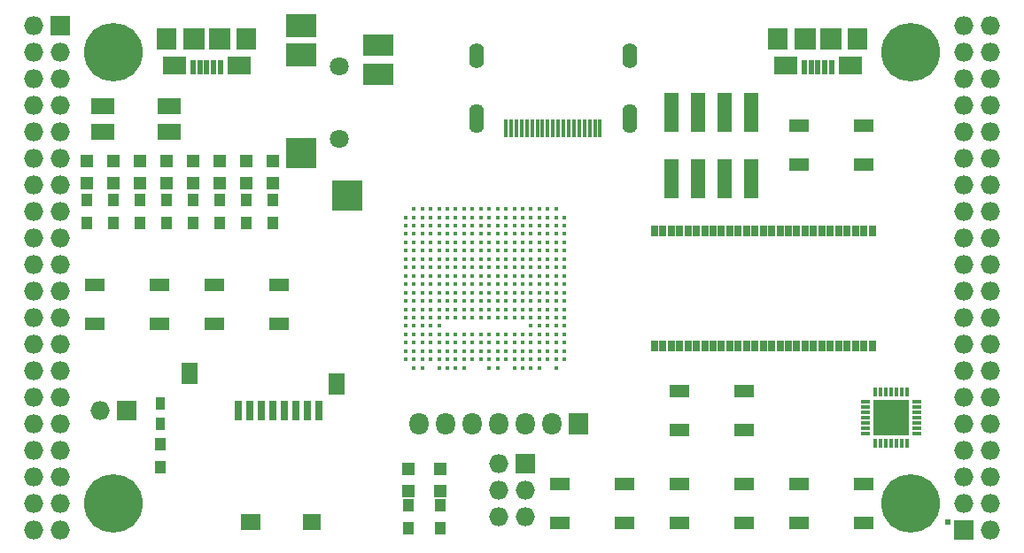
<source format=gts>
G04 #@! TF.FileFunction,Soldermask,Top*
%FSLAX46Y46*%
G04 Gerber Fmt 4.6, Leading zero omitted, Abs format (unit mm)*
G04 Created by KiCad (PCBNEW 4.0.7+dfsg1-1) date Fri Sep 29 01:14:07 2017*
%MOMM*%
%LPD*%
G01*
G04 APERTURE LIST*
%ADD10C,0.100000*%
%ADD11R,1.370000X3.700000*%
%ADD12R,0.800000X1.900000*%
%ADD13R,1.700000X1.500000*%
%ADD14R,1.900000X1.500000*%
%ADD15R,1.500000X2.000000*%
%ADD16R,1.900000X1.200000*%
%ADD17R,1.298880X1.298880*%
%ADD18R,0.660000X1.000000*%
%ADD19R,1.827200X1.827200*%
%ADD20O,1.827200X1.827200*%
%ADD21C,5.600000*%
%ADD22R,2.300000X1.500000*%
%ADD23R,1.000000X1.300000*%
%ADD24R,0.850000X1.300000*%
%ADD25R,2.200000X1.700000*%
%ADD26R,2.000000X2.000000*%
%ADD27R,0.500000X1.450000*%
%ADD28R,1.900000X2.000000*%
%ADD29O,0.950000X0.400000*%
%ADD30O,0.400000X0.950000*%
%ADD31R,1.775000X1.775000*%
%ADD32C,0.430000*%
%ADD33R,0.600000X0.600000*%
%ADD34R,1.827200X2.132000*%
%ADD35O,1.827200X2.132000*%
%ADD36R,2.900000X2.300000*%
%ADD37R,2.900000X2.900000*%
%ADD38R,2.900000X2.100000*%
%ADD39C,1.800000*%
%ADD40O,1.400000X2.800000*%
%ADD41O,1.400000X2.400000*%
%ADD42R,0.350000X1.700000*%
G04 APERTURE END LIST*
D10*
D11*
X163950000Y-70920000D03*
X161410000Y-70920000D03*
X158870000Y-70920000D03*
X156330000Y-70920000D03*
X156330000Y-77320000D03*
X158870000Y-77320000D03*
X161410000Y-77320000D03*
X163950000Y-77320000D03*
D12*
X114930000Y-99520000D03*
X116030000Y-99520000D03*
X117130000Y-99520000D03*
X118230000Y-99520000D03*
X119330000Y-99520000D03*
X120430000Y-99520000D03*
X121530000Y-99520000D03*
X122630000Y-99520000D03*
D13*
X121920000Y-110120000D03*
D14*
X116120000Y-110120000D03*
D15*
X124320000Y-96970000D03*
X110270000Y-95970000D03*
D16*
X101160000Y-87510000D03*
X107360000Y-87510000D03*
X101160000Y-91210000D03*
X107360000Y-91210000D03*
X112590000Y-87510000D03*
X118790000Y-87510000D03*
X112590000Y-91210000D03*
X118790000Y-91210000D03*
X157040000Y-97670000D03*
X163240000Y-97670000D03*
X157040000Y-101370000D03*
X163240000Y-101370000D03*
X163240000Y-110260000D03*
X157040000Y-110260000D03*
X163240000Y-106560000D03*
X157040000Y-106560000D03*
X151810000Y-110260000D03*
X145610000Y-110260000D03*
X151810000Y-106560000D03*
X145610000Y-106560000D03*
X174670000Y-110260000D03*
X168470000Y-110260000D03*
X174670000Y-106560000D03*
X168470000Y-106560000D03*
D17*
X118230000Y-77709020D03*
X118230000Y-75610980D03*
X115690000Y-77709020D03*
X115690000Y-75610980D03*
X113150000Y-77709020D03*
X113150000Y-75610980D03*
X110610000Y-77709020D03*
X110610000Y-75610980D03*
X108070000Y-77709020D03*
X108070000Y-75610980D03*
X105530000Y-77709020D03*
X105530000Y-75610980D03*
X102990000Y-77709020D03*
X102990000Y-75610980D03*
X100450000Y-77709020D03*
X100450000Y-75610980D03*
D18*
X175480000Y-82270000D03*
X154680000Y-93330000D03*
X155480000Y-93330000D03*
X156280000Y-93330000D03*
X157080000Y-93330000D03*
X157880000Y-93330000D03*
X158680000Y-93330000D03*
X159480000Y-93330000D03*
X160280000Y-93330000D03*
X161080000Y-93330000D03*
X161880000Y-93330000D03*
X162680000Y-93330000D03*
X163480000Y-93330000D03*
X164280000Y-93330000D03*
X165080000Y-93330000D03*
X165880000Y-93330000D03*
X166680000Y-93330000D03*
X167480000Y-93330000D03*
X168280000Y-93330000D03*
X169080000Y-93330000D03*
X169880000Y-93330000D03*
X170680000Y-93330000D03*
X171480000Y-93330000D03*
X172280000Y-93330000D03*
X173080000Y-93330000D03*
X173880000Y-93330000D03*
X174680000Y-93330000D03*
X175480000Y-93330000D03*
X174680000Y-82270000D03*
X173880000Y-82270000D03*
X173080000Y-82270000D03*
X172280000Y-82270000D03*
X171480000Y-82270000D03*
X170680000Y-82270000D03*
X169880000Y-82270000D03*
X169080000Y-82270000D03*
X168280000Y-82270000D03*
X167480000Y-82270000D03*
X166680000Y-82270000D03*
X165880000Y-82270000D03*
X165080000Y-82270000D03*
X164280000Y-82270000D03*
X163480000Y-82270000D03*
X162680000Y-82270000D03*
X161880000Y-82270000D03*
X161080000Y-82270000D03*
X160280000Y-82270000D03*
X159480000Y-82270000D03*
X158680000Y-82270000D03*
X157880000Y-82270000D03*
X157080000Y-82270000D03*
X156280000Y-82270000D03*
X155480000Y-82270000D03*
X154680000Y-82270000D03*
D19*
X97910000Y-62690000D03*
D20*
X95370000Y-62690000D03*
X97910000Y-65230000D03*
X95370000Y-65230000D03*
X97910000Y-67770000D03*
X95370000Y-67770000D03*
X97910000Y-70310000D03*
X95370000Y-70310000D03*
X97910000Y-72850000D03*
X95370000Y-72850000D03*
X97910000Y-75390000D03*
X95370000Y-75390000D03*
X97910000Y-77930000D03*
X95370000Y-77930000D03*
X97910000Y-80470000D03*
X95370000Y-80470000D03*
X97910000Y-83010000D03*
X95370000Y-83010000D03*
X97910000Y-85550000D03*
X95370000Y-85550000D03*
X97910000Y-88090000D03*
X95370000Y-88090000D03*
X97910000Y-90630000D03*
X95370000Y-90630000D03*
X97910000Y-93170000D03*
X95370000Y-93170000D03*
X97910000Y-95710000D03*
X95370000Y-95710000D03*
X97910000Y-98250000D03*
X95370000Y-98250000D03*
X97910000Y-100790000D03*
X95370000Y-100790000D03*
X97910000Y-103330000D03*
X95370000Y-103330000D03*
X97910000Y-105870000D03*
X95370000Y-105870000D03*
X97910000Y-108410000D03*
X95370000Y-108410000D03*
X97910000Y-110950000D03*
X95370000Y-110950000D03*
D19*
X184270000Y-110950000D03*
D20*
X186810000Y-110950000D03*
X184270000Y-108410000D03*
X186810000Y-108410000D03*
X184270000Y-105870000D03*
X186810000Y-105870000D03*
X184270000Y-103330000D03*
X186810000Y-103330000D03*
X184270000Y-100790000D03*
X186810000Y-100790000D03*
X184270000Y-98250000D03*
X186810000Y-98250000D03*
X184270000Y-95710000D03*
X186810000Y-95710000D03*
X184270000Y-93170000D03*
X186810000Y-93170000D03*
X184270000Y-90630000D03*
X186810000Y-90630000D03*
X184270000Y-88090000D03*
X186810000Y-88090000D03*
X184270000Y-85550000D03*
X186810000Y-85550000D03*
X184270000Y-83010000D03*
X186810000Y-83010000D03*
X184270000Y-80470000D03*
X186810000Y-80470000D03*
X184270000Y-77930000D03*
X186810000Y-77930000D03*
X184270000Y-75390000D03*
X186810000Y-75390000D03*
X184270000Y-72850000D03*
X186810000Y-72850000D03*
X184270000Y-70310000D03*
X186810000Y-70310000D03*
X184270000Y-67770000D03*
X186810000Y-67770000D03*
X184270000Y-65230000D03*
X186810000Y-65230000D03*
X184270000Y-62690000D03*
X186810000Y-62690000D03*
D21*
X102990000Y-108410000D03*
X179190000Y-108410000D03*
X179190000Y-65230000D03*
X102990000Y-65230000D03*
D16*
X174670000Y-75970000D03*
X168470000Y-75970000D03*
X174670000Y-72270000D03*
X168470000Y-72270000D03*
D22*
X108274000Y-70330000D03*
X101974000Y-70330000D03*
X101974000Y-72830000D03*
X108274000Y-72830000D03*
D19*
X104260000Y-99520000D03*
D20*
X101720000Y-99520000D03*
D17*
X131184000Y-105074980D03*
X131184000Y-107173020D03*
X134232000Y-107173020D03*
X134232000Y-105074980D03*
D23*
X131184000Y-108580000D03*
X131184000Y-110780000D03*
X134232000Y-110780000D03*
X134232000Y-108580000D03*
D24*
X107480000Y-100750000D03*
X107480000Y-98850000D03*
D23*
X107480000Y-102700000D03*
X107480000Y-104900000D03*
D25*
X114980000Y-66510000D03*
X108780000Y-66510000D03*
D26*
X113080000Y-63960000D03*
X110680000Y-63960000D03*
D27*
X113180000Y-66635000D03*
X112530000Y-66635000D03*
X111880000Y-66635000D03*
X111230000Y-66635000D03*
X110580000Y-66635000D03*
D28*
X115680000Y-63960000D03*
X108080000Y-63960000D03*
D25*
X173400000Y-66510000D03*
X167200000Y-66510000D03*
D26*
X171500000Y-63960000D03*
X169100000Y-63960000D03*
D27*
X171600000Y-66635000D03*
X170950000Y-66635000D03*
X170300000Y-66635000D03*
X169650000Y-66635000D03*
X169000000Y-66635000D03*
D28*
X174100000Y-63960000D03*
X166500000Y-63960000D03*
D19*
X142360000Y-104600000D03*
D20*
X139820000Y-104600000D03*
X142360000Y-107140000D03*
X139820000Y-107140000D03*
X142360000Y-109680000D03*
X139820000Y-109680000D03*
D23*
X118230000Y-81570000D03*
X118230000Y-79370000D03*
X115690000Y-81570000D03*
X115690000Y-79370000D03*
X113150000Y-81570000D03*
X113150000Y-79370000D03*
X110610000Y-81570000D03*
X110610000Y-79370000D03*
X108070000Y-81570000D03*
X108070000Y-79370000D03*
X105530000Y-81570000D03*
X105530000Y-79370000D03*
X102990000Y-81570000D03*
X102990000Y-79370000D03*
X100450000Y-81570000D03*
X100450000Y-79370000D03*
D29*
X179735000Y-101655000D03*
X179735000Y-101155000D03*
X179735000Y-100655000D03*
X179735000Y-100155000D03*
X179735000Y-99655000D03*
X179735000Y-99155000D03*
X179735000Y-98655000D03*
D30*
X178785000Y-97705000D03*
X178285000Y-97705000D03*
X177785000Y-97705000D03*
X177285000Y-97705000D03*
X176785000Y-97705000D03*
X176285000Y-97705000D03*
X175785000Y-97705000D03*
D29*
X174835000Y-98655000D03*
X174835000Y-99155000D03*
X174835000Y-99655000D03*
X174835000Y-100155000D03*
X174835000Y-100655000D03*
X174835000Y-101155000D03*
X174835000Y-101655000D03*
D30*
X175785000Y-102605000D03*
X176285000Y-102605000D03*
X176785000Y-102605000D03*
X177285000Y-102605000D03*
X177785000Y-102605000D03*
X178285000Y-102605000D03*
X178785000Y-102605000D03*
D31*
X176447500Y-99317500D03*
X176447500Y-100992500D03*
X178122500Y-99317500D03*
X178122500Y-100992500D03*
D32*
X131680000Y-80200000D03*
X132480000Y-80200000D03*
X133280000Y-80200000D03*
X134080000Y-80200000D03*
X134880000Y-80200000D03*
X135680000Y-80200000D03*
X136480000Y-80200000D03*
X137280000Y-80200000D03*
X138080000Y-80200000D03*
X138880000Y-80200000D03*
X139680000Y-80200000D03*
X140480000Y-80200000D03*
X141280000Y-80200000D03*
X142080000Y-80200000D03*
X142880000Y-80200000D03*
X143680000Y-80200000D03*
X144480000Y-80200000D03*
X145280000Y-80200000D03*
X130880000Y-81000000D03*
X131680000Y-81000000D03*
X132480000Y-81000000D03*
X133280000Y-81000000D03*
X134080000Y-81000000D03*
X134880000Y-81000000D03*
X135680000Y-81000000D03*
X136480000Y-81000000D03*
X137280000Y-81000000D03*
X138080000Y-81000000D03*
X138880000Y-81000000D03*
X139680000Y-81000000D03*
X140480000Y-81000000D03*
X141280000Y-81000000D03*
X142080000Y-81000000D03*
X142880000Y-81000000D03*
X143680000Y-81000000D03*
X144480000Y-81000000D03*
X145280000Y-81000000D03*
X146080000Y-81000000D03*
X130880000Y-81800000D03*
X131680000Y-81800000D03*
X132480000Y-81800000D03*
X133280000Y-81800000D03*
X134080000Y-81800000D03*
X134880000Y-81800000D03*
X135680000Y-81800000D03*
X136480000Y-81800000D03*
X137280000Y-81800000D03*
X138080000Y-81800000D03*
X138880000Y-81800000D03*
X139680000Y-81800000D03*
X140480000Y-81800000D03*
X141280000Y-81800000D03*
X142080000Y-81800000D03*
X142880000Y-81800000D03*
X143680000Y-81800000D03*
X144480000Y-81800000D03*
X145280000Y-81800000D03*
X146080000Y-81800000D03*
X130880000Y-82600000D03*
X131680000Y-82600000D03*
X132480000Y-82600000D03*
X133280000Y-82600000D03*
X134080000Y-82600000D03*
X134880000Y-82600000D03*
X135680000Y-82600000D03*
X136480000Y-82600000D03*
X137280000Y-82600000D03*
X138080000Y-82600000D03*
X138880000Y-82600000D03*
X139680000Y-82600000D03*
X140480000Y-82600000D03*
X141280000Y-82600000D03*
X142080000Y-82600000D03*
X142880000Y-82600000D03*
X143680000Y-82600000D03*
X144480000Y-82600000D03*
X145280000Y-82600000D03*
X146080000Y-82600000D03*
X130880000Y-83400000D03*
X131680000Y-83400000D03*
X132480000Y-83400000D03*
X133280000Y-83400000D03*
X134080000Y-83400000D03*
X134880000Y-83400000D03*
X135680000Y-83400000D03*
X136480000Y-83400000D03*
X137280000Y-83400000D03*
X138080000Y-83400000D03*
X138880000Y-83400000D03*
X139680000Y-83400000D03*
X140480000Y-83400000D03*
X141280000Y-83400000D03*
X142080000Y-83400000D03*
X142880000Y-83400000D03*
X143680000Y-83400000D03*
X144480000Y-83400000D03*
X145280000Y-83400000D03*
X146080000Y-83400000D03*
X130880000Y-84200000D03*
X131680000Y-84200000D03*
X132480000Y-84200000D03*
X133280000Y-84200000D03*
X134080000Y-84200000D03*
X134880000Y-84200000D03*
X135680000Y-84200000D03*
X136480000Y-84200000D03*
X137280000Y-84200000D03*
X138080000Y-84200000D03*
X138880000Y-84200000D03*
X139680000Y-84200000D03*
X140480000Y-84200000D03*
X141280000Y-84200000D03*
X142080000Y-84200000D03*
X142880000Y-84200000D03*
X143680000Y-84200000D03*
X144480000Y-84200000D03*
X145280000Y-84200000D03*
X146080000Y-84200000D03*
X130880000Y-85000000D03*
X131680000Y-85000000D03*
X132480000Y-85000000D03*
X133280000Y-85000000D03*
X134080000Y-85000000D03*
X134880000Y-85000000D03*
X135680000Y-85000000D03*
X136480000Y-85000000D03*
X137280000Y-85000000D03*
X138080000Y-85000000D03*
X138880000Y-85000000D03*
X139680000Y-85000000D03*
X140480000Y-85000000D03*
X141280000Y-85000000D03*
X142080000Y-85000000D03*
X142880000Y-85000000D03*
X143680000Y-85000000D03*
X144480000Y-85000000D03*
X145280000Y-85000000D03*
X146080000Y-85000000D03*
X130880000Y-85800000D03*
X131680000Y-85800000D03*
X132480000Y-85800000D03*
X133280000Y-85800000D03*
X134080000Y-85800000D03*
X134880000Y-85800000D03*
X135680000Y-85800000D03*
X136480000Y-85800000D03*
X137280000Y-85800000D03*
X138080000Y-85800000D03*
X138880000Y-85800000D03*
X139680000Y-85800000D03*
X140480000Y-85800000D03*
X141280000Y-85800000D03*
X142080000Y-85800000D03*
X142880000Y-85800000D03*
X143680000Y-85800000D03*
X144480000Y-85800000D03*
X145280000Y-85800000D03*
X146080000Y-85800000D03*
X130880000Y-86600000D03*
X131680000Y-86600000D03*
X132480000Y-86600000D03*
X133280000Y-86600000D03*
X134080000Y-86600000D03*
X134880000Y-86600000D03*
X135680000Y-86600000D03*
X136480000Y-86600000D03*
X137280000Y-86600000D03*
X138080000Y-86600000D03*
X138880000Y-86600000D03*
X139680000Y-86600000D03*
X140480000Y-86600000D03*
X141280000Y-86600000D03*
X142080000Y-86600000D03*
X142880000Y-86600000D03*
X143680000Y-86600000D03*
X144480000Y-86600000D03*
X145280000Y-86600000D03*
X146080000Y-86600000D03*
X130880000Y-87400000D03*
X131680000Y-87400000D03*
X132480000Y-87400000D03*
X133280000Y-87400000D03*
X134080000Y-87400000D03*
X134880000Y-87400000D03*
X135680000Y-87400000D03*
X136480000Y-87400000D03*
X137280000Y-87400000D03*
X138080000Y-87400000D03*
X138880000Y-87400000D03*
X139680000Y-87400000D03*
X140480000Y-87400000D03*
X141280000Y-87400000D03*
X142080000Y-87400000D03*
X142880000Y-87400000D03*
X143680000Y-87400000D03*
X144480000Y-87400000D03*
X145280000Y-87400000D03*
X146080000Y-87400000D03*
X130880000Y-88200000D03*
X131680000Y-88200000D03*
X132480000Y-88200000D03*
X133280000Y-88200000D03*
X134080000Y-88200000D03*
X134880000Y-88200000D03*
X135680000Y-88200000D03*
X136480000Y-88200000D03*
X137280000Y-88200000D03*
X138080000Y-88200000D03*
X138880000Y-88200000D03*
X139680000Y-88200000D03*
X140480000Y-88200000D03*
X141280000Y-88200000D03*
X142080000Y-88200000D03*
X142880000Y-88200000D03*
X143680000Y-88200000D03*
X144480000Y-88200000D03*
X145280000Y-88200000D03*
X146080000Y-88200000D03*
X130880000Y-89000000D03*
X131680000Y-89000000D03*
X132480000Y-89000000D03*
X133280000Y-89000000D03*
X134080000Y-89000000D03*
X134880000Y-89000000D03*
X135680000Y-89000000D03*
X136480000Y-89000000D03*
X137280000Y-89000000D03*
X138080000Y-89000000D03*
X138880000Y-89000000D03*
X139680000Y-89000000D03*
X140480000Y-89000000D03*
X141280000Y-89000000D03*
X142080000Y-89000000D03*
X142880000Y-89000000D03*
X143680000Y-89000000D03*
X144480000Y-89000000D03*
X145280000Y-89000000D03*
X146080000Y-89000000D03*
X130880000Y-89800000D03*
X131680000Y-89800000D03*
X132480000Y-89800000D03*
X133280000Y-89800000D03*
X134080000Y-89800000D03*
X134880000Y-89800000D03*
X135680000Y-89800000D03*
X136480000Y-89800000D03*
X137280000Y-89800000D03*
X138080000Y-89800000D03*
X138880000Y-89800000D03*
X139680000Y-89800000D03*
X140480000Y-89800000D03*
X141280000Y-89800000D03*
X142080000Y-89800000D03*
X142880000Y-89800000D03*
X143680000Y-89800000D03*
X144480000Y-89800000D03*
X145280000Y-89800000D03*
X146080000Y-89800000D03*
X130880000Y-90600000D03*
X131680000Y-90600000D03*
X132480000Y-90600000D03*
X133280000Y-90600000D03*
X134080000Y-90600000D03*
X134880000Y-90600000D03*
X135680000Y-90600000D03*
X136480000Y-90600000D03*
X137280000Y-90600000D03*
X138080000Y-90600000D03*
X138880000Y-90600000D03*
X139680000Y-90600000D03*
X140480000Y-90600000D03*
X141280000Y-90600000D03*
X142080000Y-90600000D03*
X142880000Y-90600000D03*
X143680000Y-90600000D03*
X144480000Y-90600000D03*
X145280000Y-90600000D03*
X146080000Y-90600000D03*
X130880000Y-91400000D03*
X131680000Y-91400000D03*
X132480000Y-91400000D03*
X133280000Y-91400000D03*
X134080000Y-91400000D03*
X142880000Y-91400000D03*
X143680000Y-91400000D03*
X144480000Y-91400000D03*
X145280000Y-91400000D03*
X146080000Y-91400000D03*
X130880000Y-92200000D03*
X131680000Y-92200000D03*
X132480000Y-92200000D03*
X133280000Y-92200000D03*
X134080000Y-92200000D03*
X134880000Y-92200000D03*
X135680000Y-92200000D03*
X136480000Y-92200000D03*
X137280000Y-92200000D03*
X138080000Y-92200000D03*
X138880000Y-92200000D03*
X139680000Y-92200000D03*
X140480000Y-92200000D03*
X141280000Y-92200000D03*
X142080000Y-92200000D03*
X142880000Y-92200000D03*
X143680000Y-92200000D03*
X144480000Y-92200000D03*
X145280000Y-92200000D03*
X146080000Y-92200000D03*
X130880000Y-93000000D03*
X131680000Y-93000000D03*
X132480000Y-93000000D03*
X133280000Y-93000000D03*
X134080000Y-93000000D03*
X134880000Y-93000000D03*
X135680000Y-93000000D03*
X136480000Y-93000000D03*
X137280000Y-93000000D03*
X138080000Y-93000000D03*
X138880000Y-93000000D03*
X139680000Y-93000000D03*
X140480000Y-93000000D03*
X141280000Y-93000000D03*
X142080000Y-93000000D03*
X142880000Y-93000000D03*
X143680000Y-93000000D03*
X144480000Y-93000000D03*
X145280000Y-93000000D03*
X146080000Y-93000000D03*
X130880000Y-93800000D03*
X131680000Y-93800000D03*
X132480000Y-93800000D03*
X133280000Y-93800000D03*
X134080000Y-93800000D03*
X134880000Y-93800000D03*
X135680000Y-93800000D03*
X136480000Y-93800000D03*
X137280000Y-93800000D03*
X138080000Y-93800000D03*
X138880000Y-93800000D03*
X139680000Y-93800000D03*
X140480000Y-93800000D03*
X141280000Y-93800000D03*
X142080000Y-93800000D03*
X142880000Y-93800000D03*
X143680000Y-93800000D03*
X144480000Y-93800000D03*
X145280000Y-93800000D03*
X146080000Y-93800000D03*
X130880000Y-94600000D03*
X131680000Y-94600000D03*
X132480000Y-94600000D03*
X133280000Y-94600000D03*
X134080000Y-94600000D03*
X134880000Y-94600000D03*
X135680000Y-94600000D03*
X136480000Y-94600000D03*
X137280000Y-94600000D03*
X138080000Y-94600000D03*
X138880000Y-94600000D03*
X139680000Y-94600000D03*
X140480000Y-94600000D03*
X141280000Y-94600000D03*
X142080000Y-94600000D03*
X142880000Y-94600000D03*
X143680000Y-94600000D03*
X144480000Y-94600000D03*
X145280000Y-94600000D03*
X146080000Y-94600000D03*
X131680000Y-95400000D03*
X132480000Y-95400000D03*
X134080000Y-95400000D03*
X134880000Y-95400000D03*
X135680000Y-95400000D03*
X136480000Y-95400000D03*
X138880000Y-95400000D03*
X139680000Y-95400000D03*
X141280000Y-95400000D03*
X142080000Y-95400000D03*
X142880000Y-95400000D03*
X143680000Y-95400000D03*
X145280000Y-95400000D03*
D33*
X182680000Y-110200000D03*
D34*
X147440000Y-100790000D03*
D35*
X144900000Y-100790000D03*
X142360000Y-100790000D03*
X139820000Y-100790000D03*
X137280000Y-100790000D03*
X134740000Y-100790000D03*
X132200000Y-100790000D03*
D36*
X120880000Y-62640000D03*
X120880000Y-65440000D03*
D37*
X120880000Y-74840000D03*
X125330000Y-78940000D03*
D38*
X128280000Y-67340000D03*
X128280000Y-64540000D03*
D39*
X124580000Y-66540000D03*
X124580000Y-73540000D03*
D40*
X152280000Y-71550000D03*
X137680000Y-71550000D03*
D41*
X137680000Y-65500000D03*
D42*
X140480000Y-72500000D03*
X140980000Y-72500000D03*
X141480000Y-72500000D03*
X141980000Y-72500000D03*
X142480000Y-72500000D03*
X142980000Y-72500000D03*
X143480000Y-72500000D03*
X143980000Y-72500000D03*
X144480000Y-72500000D03*
X144980000Y-72500000D03*
X145480000Y-72500000D03*
X145980000Y-72500000D03*
X146480000Y-72500000D03*
X146980000Y-72500000D03*
X147480000Y-72500000D03*
X147980000Y-72500000D03*
X148480000Y-72500000D03*
X148980000Y-72500000D03*
X149480000Y-72500000D03*
D41*
X152280000Y-65500000D03*
M02*

</source>
